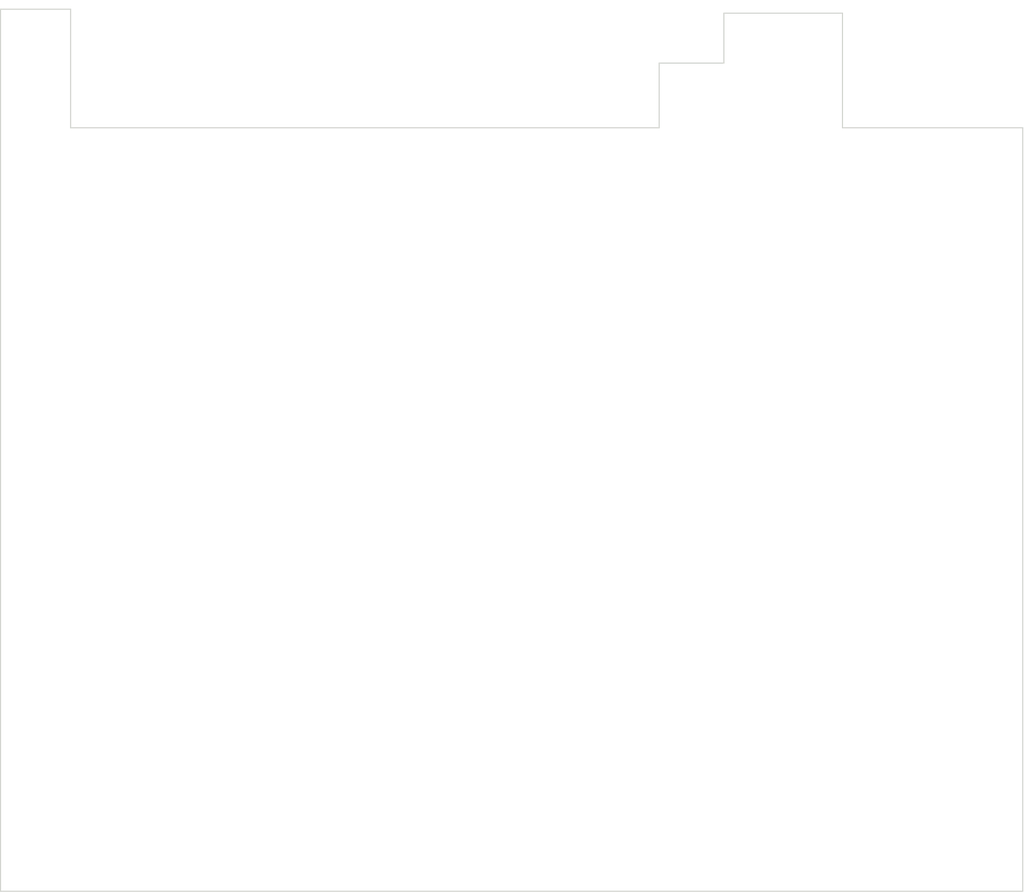
<source format=kicad_pcb>
(kicad_pcb (version 20211014) (generator pcbnew)
  (layers (0 "F.Cu" signal) (31 "B.Cu" signal) (34 "B.Paste" user) (35 "F.Paste" user) (36 "B.SilkS" user "B.Silkscreen") (37 "F.SilkS" user "F.Silkscreen") (38 "B.Mask" user) (39 "F.Mask" user) (44 "Edge.Cuts" user))
  (net 0 "")
  (footprint "split mini:CherryMX_Hotswap_middle" (layer "F.Cu") (at 108.45 80.65)
    (fp_text reference "SW15")
    (fp_text value "SW_Push" hide)
  )
  (footprint "split mini:CherryMX_Hotswap_middle" (layer "F.Cu") (at 57.435 56.855)
    (fp_text reference "SW7")
    (fp_text value "SW_Push" hide)
  )
  (footprint "split mini:CherryMX_Hotswap_middle" (layer "F.Cu") (at 74.45 39.825)
    (fp_text reference "SW3")
    (fp_text value "SW_Push" hide)
  )
  (footprint "split mini:CherryMX_Hotswap_middle" (layer "F.Cu") (at 40.4 56.85)
    (fp_text reference "SW6")
    (fp_text value "SW_Push" hide)
  )
  (footprint "split mini:CherryMX_Hotswap_middle" (layer "F.Cu") (at 50.65 91.7)
    (fp_text reference "SW17")
    (fp_text value "SW_Push" hide)
  )
  (footprint "split mini:CherryMX_Hotswap_middle" (layer "F.Cu") (at 91.435 76.39)
    (fp_text reference "SW14")
    (fp_text value "SW_Push" hide)
  )
  (footprint "split mini:CherryMX_Hotswap_middle" (layer "F.Cu") (at 91.45 59.375)
    (fp_text reference "SW9")
    (fp_text value "SW_Push" hide)
  )
  (footprint "split mini:CherryMX_Hotswap_middle" (layer "F.Cu") (at 74.45 56.85)
    (fp_text reference "SW8")
    (fp_text value "SW_Push" hide)
  )
  (footprint "split mini:CherryMX_Hotswap_middle" (layer "F.Cu") (at 108.45 63.65)
    (fp_text reference "SW10")
    (fp_text value "SW_Push" hide)
  )
  (footprint "split mini:CherryMX_Hotswap_middle" (layer "F.Cu") (at 40.45 73.85)
    (fp_text reference "SW11")
    (fp_text value "SW_Push" hide)
  )
  (footprint "split mini:CherryMX_Hotswap_middle" (layer "F.Cu") (at 40.45 39.825)
    (fp_text reference "SW1")
    (fp_text value "SW_Push" hide)
  )
  (footprint "split mini:CherryMX_Hotswap_middle" (layer "F.Cu") (at 57.425 73.85)
    (fp_text reference "SW12")
    (fp_text value "SW_Push" hide)
  )
  (footprint "split mini:CherryMX_Hotswap_middle" (layer "F.Cu") (at 108.475 46.65)
    (fp_text reference "SW5")
    (fp_text value "SW_Push" hide)
  )
  (footprint "split mini:CherryMX_Hotswap_middle" (layer "F.Cu") (at 57.475 39.85)
    (fp_text reference "SW2")
    (fp_text value "SW_Push" hide)
  )
  (footprint "split mini:CherryMX_Hotswap_middle" (layer "F.Cu") (at 74.45 73.85)
    (fp_text reference "SW13")
    (fp_text value "SW_Push" hide)
  )
  (footprint "split mini:CherryMX_Hotswap_middle" (layer "F.Cu") (at 33.65 91.7)
    (fp_text reference "SW16")
    (fp_text value "SW_Push" hide)
  )
  (footprint "split mini:CherryMX_Hotswap_middle" (layer "F.Cu") (at 91.45 42.4)
    (fp_text reference "SW4")
    (fp_text value "SW_Push" hide)
  )
  (footprint "split mini:CherryMX_Hotswap_middle" (layer "F.Cu") (at 67.65 91.725)
    (fp_text reference "SW18")
    (fp_text value "SW_Push" hide)
  )
  (gr_line (start 90.236197 19.693424) (end 101.236197 19.693424) (layer "Edge.Cuts") (width 0.1))
  (gr_line (start 117.95 101.175) (end 23.15 101.175) (layer "Edge.Cuts") (width 0.1))
  (gr_line (start 117.95 30.325) (end 117.95 101.175) (layer "Edge.Cuts") (width 0.1))
  (gr_line (start 23.15 101.175) (end 23.15 19.325) (layer "Edge.Cuts") (width 0.1))
  (gr_line (start 29.65 30.325) (end 84.236197 30.325) (layer "Edge.Cuts") (width 0.1))
  (gr_line (start 29.65 19.325) (end 29.65 30.325) (layer "Edge.Cuts") (width 0.1))
  (gr_line (start 84.236197 30.325) (end 84.236197 24.325) (layer "Edge.Cuts") (width 0.1))
  (gr_line (start 101.236197 19.693424) (end 101.236197 30.325) (layer "Edge.Cuts") (width 0.1))
  (gr_line (start 84.236197 24.325) (end 90.236197 24.325) (layer "Edge.Cuts") (width 0.1))
  (gr_line (start 90.236197 24.325) (end 90.236197 19.693424) (layer "Edge.Cuts") (width 0.1))
  (gr_line (start 101.236197 30.325) (end 117.95 30.325) (layer "Edge.Cuts") (width 0.1))
  (gr_line (start 23.15 19.325) (end 29.65 19.325) (layer "Edge.Cuts") (width 0.1))
)
</source>
